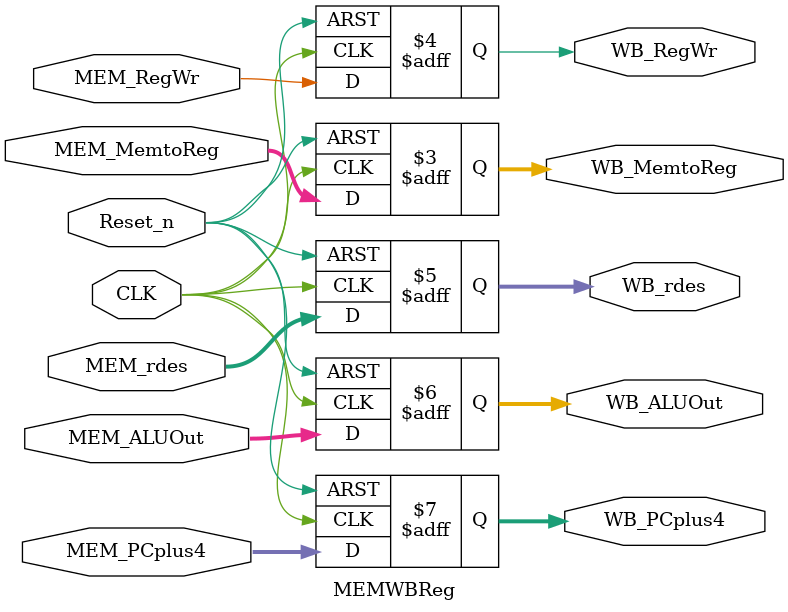
<source format=v>
/*
 * Pipeline Registers
 */
//PCsrc, RegDst, RegWr, ALUsrc1, ALUsrc2, ALUFun
//Sign, MemWr, MemRd, MemtoReg, EXTOp, LUOp

module IFIDReg(
				input CLK,
				input Reset_n,
				input IF_Flush,
				input IF_Protect,
				input [31:0] IF_instruct,
				input [31:0] IF_PCplus4,
				output reg [31:0] ID_instruct,
				output reg [31:0] ID_PCplus4
				);

	always @(posedge CLK or negedge Reset_n)
		begin
		if (~Reset_n || IF_Flush)
			begin
			ID_PCplus4 <= 0;
			ID_instruct <= 0;
			end
		else
			if (!IF_Protect)
				begin
				ID_instruct <= IF_instruct;
				ID_PCplus4 <= IF_PCplus4;
				end
		end
endmodule
// EXTOp, LUOp in ID
module IDEXReg(
				input CLK, Reset_n, ID_Flush,
				input ID_Sign, ID_ALUsrc1, ID_ALUsrc2,
				input [1:0] ID_RegDst,
				input [5:0] ID_ALUFun,
				input ID_MemWr, ID_MemRd, 
				input [1:0] ID_MemtoReg,
				input ID_RegWr,
				input [31:0] ID_DatabusA, ID_DatabusB,
				input [31:0] ID_ExtendedImm,
				input [4:0] ID_rt, ID_rd, ID_shamnt,
				input [31:0] ID_PCplus4,
				output reg [31:0] EX_PCplus4,
				output reg [1:0] EX_RegDst,
				output reg EX_Sign, EX_ALUsrc1, EX_ALUsrc2,
				output reg [5:0] EX_ALUFun,
				output reg EX_MemWr, EX_MemRd, 
				output reg [1:0]EX_MemtoReg,
				output reg EX_RegWr,
				output reg [31:0] EX_DatabusA, EX_DatabusB,
				output reg [31:0] EX_ExtendedImm,
				output reg [4:0] EX_rt, EX_rd, EX_shamnt);
	always @(posedge CLK or negedge Reset_n)
		begin
		if (~Reset_n || ID_Flush)
			begin
			{EX_Sign, EX_ALUsrc1, EX_ALUsrc2, EX_RegDst, EX_ALUFun, EX_MemWr, EX_MemRd, EX_shamnt,
				EX_MemtoReg, EX_RegWr, EX_DatabusA, EX_DatabusB,EX_ExtendedImm,EX_rt, EX_rd, EX_PCplus4} <= 0;
			end
		else
			begin
			{EX_Sign, EX_ALUsrc1, EX_ALUsrc2, EX_RegDst, EX_ALUFun, EX_MemWr, EX_MemRd, EX_shamnt,
				EX_MemtoReg, EX_RegWr, EX_DatabusA, EX_DatabusB,EX_ExtendedImm,EX_rt, EX_rd, EX_PCplus4}
				<= {ID_Sign, ID_ALUsrc1, ID_ALUsrc2, ID_RegDst, ID_ALUFun, ID_MemWr, ID_MemRd, ID_shamnt,
				ID_MemtoReg, ID_RegWr, ID_DatabusA, ID_DatabusB,ID_ExtendedImm,ID_rt, ID_rd, ID_PCplus4};
			end
		end
endmodule


module EXMEMReg(
				input CLK, Reset_n,
				input EX_MemWr, EX_MemRd, EX_RegWr,
				input [1:0]EX_MemtoReg,
				input [31:0] EX_ALUOut,
				input [31:0] EX_PCplus4, EX_DatabusB,
				input [4:0] EX_rdes,
				output reg [31:0] MEM_PCplus4,
				output reg MEM_MemWr, MEM_MemRd, MEM_RegWr,
				output reg [1:0]MEM_MemtoReg,
				output reg [31:0] MEM_ALUOut, MEM_DatabusB,
				output reg [4:0] MEM_rdes);
	always @(posedge CLK or negedge Reset_n)
		begin
		if (~Reset_n)
			begin
			{MEM_MemWr, MEM_MemRd, MEM_RegWr, MEM_MemtoReg, MEM_ALUOut, MEM_rdes, MEM_PCplus4, MEM_DatabusB} <= 0;
			end
		else
			begin
			{MEM_MemWr, MEM_MemRd, MEM_RegWr, MEM_MemtoReg, MEM_ALUOut, MEM_rdes, MEM_PCplus4, MEM_DatabusB}
				<= {EX_MemWr, EX_MemRd, EX_RegWr, EX_MemtoReg, EX_ALUOut, EX_rdes, EX_PCplus4, EX_DatabusB};
			end
		end
endmodule

module MEMWBReg(
				input CLK, Reset_n,
				input [1:0] MEM_MemtoReg,
				input MEM_RegWr,
				input [4:0] MEM_rdes,
				input [31:0] MEM_ALUOut, MEM_PCplus4,
				output reg [1:0] WB_MemtoReg,
				output reg WB_RegWr,
				output reg [4:0] WB_rdes,
				output reg [31:0] WB_ALUOut, WB_PCplus4);
	always @(posedge CLK or negedge Reset_n)
		begin
		if (~Reset_n)
			begin
			{WB_ALUOut, WB_RegWr, WB_rdes, WB_MemtoReg, WB_PCplus4} <= 0;
			end
		else
			begin
			{WB_ALUOut, WB_RegWr, WB_rdes, WB_MemtoReg, WB_PCplus4}
				<= {MEM_ALUOut, MEM_RegWr, MEM_rdes, MEM_MemtoReg, MEM_PCplus4};
			end
		end
endmodule
</source>
